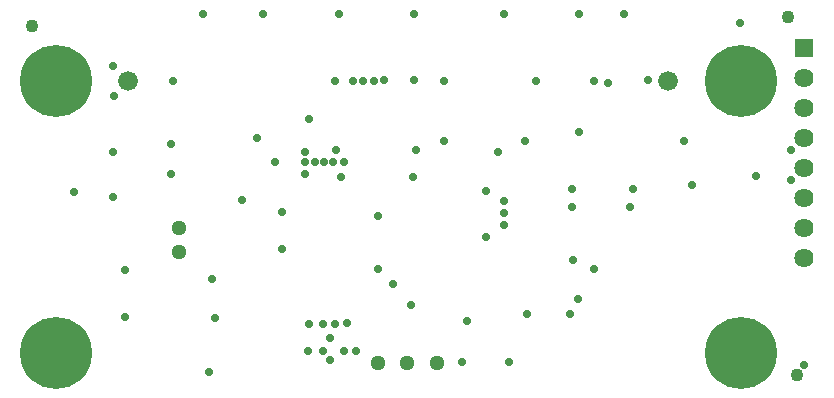
<source format=gbs>
*%FSLAX23Y23*%
*%MOIN*%
G01*
%ADD11C,0.000*%
%ADD12C,0.001*%
%ADD13C,0.002*%
%ADD14C,0.004*%
%ADD15C,0.005*%
%ADD16C,0.006*%
%ADD17C,0.007*%
%ADD18C,0.007*%
%ADD19C,0.008*%
%ADD20C,0.010*%
%ADD21C,0.012*%
%ADD22C,0.015*%
%ADD23C,0.024*%
%ADD24C,0.025*%
%ADD25C,0.028*%
%ADD26C,0.029*%
%ADD27C,0.032*%
%ADD28C,0.035*%
%ADD29C,0.039*%
%ADD30C,0.040*%
%ADD31C,0.043*%
%ADD32C,0.047*%
%ADD33C,0.047*%
%ADD34C,0.047*%
%ADD35C,0.048*%
%ADD36C,0.051*%
%ADD37C,0.051*%
%ADD38C,0.052*%
%ADD39C,0.060*%
%ADD40C,0.062*%
%ADD41C,0.064*%
%ADD42C,0.066*%
%ADD43C,0.067*%
%ADD44O,0.080X0.024*%
%ADD45O,0.084X0.028*%
%ADD46C,0.115*%
%ADD47C,0.135*%
%ADD48C,0.236*%
%ADD49C,0.240*%
%ADD50R,0.023X0.050*%
%ADD51R,0.027X0.054*%
%ADD52R,0.037X0.014*%
%ADD53R,0.039X0.055*%
%ADD54R,0.040X0.083*%
%ADD55R,0.041X0.018*%
%ADD56R,0.043X0.059*%
%ADD57R,0.044X0.087*%
%ADD58R,0.050X0.023*%
%ADD59R,0.050X0.060*%
%ADD60R,0.051X0.075*%
%ADD61R,0.054X0.027*%
%ADD62R,0.054X0.064*%
%ADD63R,0.055X0.039*%
%ADD64R,0.055X0.079*%
%ADD65R,0.057X0.012*%
%ADD66R,0.059X0.043*%
%ADD67R,0.060X0.050*%
%ADD68R,0.060X0.060*%
%ADD69R,0.061X0.016*%
%ADD70R,0.064X0.054*%
%ADD71R,0.064X0.064*%
%ADD72R,0.070X0.098*%
%ADD73R,0.070X0.138*%
%ADD74R,0.074X0.102*%
%ADD75R,0.074X0.142*%
%ADD76R,0.079X0.079*%
%ADD77R,0.080X0.040*%
%ADD78R,0.083X0.083*%
%ADD79R,0.084X0.044*%
D26*
X11093Y8221D02*
D03*
Y8121D02*
D03*
X11138Y7506D02*
D03*
X10978Y8136D02*
D03*
X10923Y8646D02*
D03*
X10738Y8251D02*
D03*
X10763Y8106D02*
D03*
X10568Y8091D02*
D03*
X10558Y8031D02*
D03*
X10618Y8456D02*
D03*
X10538Y8676D02*
D03*
X10388Y8281D02*
D03*
X10483Y8446D02*
D03*
X10438Y8451D02*
D03*
X10388Y8676D02*
D03*
X10383Y7726D02*
D03*
X10438Y7826D02*
D03*
X10363Y8091D02*
D03*
Y8031D02*
D03*
X10358Y7676D02*
D03*
X10368Y7856D02*
D03*
X10138Y8051D02*
D03*
Y8011D02*
D03*
X10118Y8216D02*
D03*
X10208Y8251D02*
D03*
X10243Y8451D02*
D03*
X10138Y8676D02*
D03*
Y7971D02*
D03*
X10153Y7516D02*
D03*
X10213Y7676D02*
D03*
X10078Y8086D02*
D03*
X9938Y8251D02*
D03*
Y8451D02*
D03*
X9998Y7516D02*
D03*
X10078Y7931D02*
D03*
X10013Y7651D02*
D03*
X9833Y8131D02*
D03*
X9843Y8221D02*
D03*
X9738Y8456D02*
D03*
X9838D02*
D03*
Y8676D02*
D03*
X9828Y7706D02*
D03*
X9768Y7776D02*
D03*
X9578Y8221D02*
D03*
X9593Y8131D02*
D03*
X9603Y8181D02*
D03*
X9568D02*
D03*
X9538D02*
D03*
X9573Y8451D02*
D03*
X9703D02*
D03*
X9668D02*
D03*
X9633D02*
D03*
X9588Y8676D02*
D03*
X9558Y7596D02*
D03*
Y7521D02*
D03*
X9643Y7551D02*
D03*
X9613Y7646D02*
D03*
X9573Y7641D02*
D03*
X9603Y7551D02*
D03*
X9533D02*
D03*
Y7641D02*
D03*
X9718Y7826D02*
D03*
Y8001D02*
D03*
X9473Y8141D02*
D03*
Y8181D02*
D03*
Y8216D02*
D03*
X9373Y8181D02*
D03*
X9508D02*
D03*
X9333Y8676D02*
D03*
X9488Y8326D02*
D03*
X9398Y8016D02*
D03*
Y7891D02*
D03*
X9488Y7641D02*
D03*
X9483Y7551D02*
D03*
X9263Y8056D02*
D03*
X9313Y8261D02*
D03*
X9153Y7481D02*
D03*
X9163Y7791D02*
D03*
X9173Y7661D02*
D03*
X9028Y8241D02*
D03*
Y8141D02*
D03*
X9033Y8451D02*
D03*
X9133Y8676D02*
D03*
X8833Y8501D02*
D03*
X8838Y8401D02*
D03*
X8833Y8066D02*
D03*
Y8216D02*
D03*
X8873Y7821D02*
D03*
Y7666D02*
D03*
X8703Y8081D02*
D03*
D31*
X8563Y8636D02*
D03*
X11083Y8666D02*
D03*
X11113Y7471D02*
D03*
D36*
X9718Y7511D02*
D03*
X9816D02*
D03*
X9915D02*
D03*
D37*
X9055Y7881D02*
D03*
Y7960D02*
D03*
D41*
X11139Y8162D02*
D03*
Y8262D02*
D03*
Y8362D02*
D03*
Y8462D02*
D03*
Y7862D02*
D03*
Y7962D02*
D03*
Y8062D02*
D03*
D42*
X10686Y8452D02*
D03*
X8886Y8452D02*
D03*
D49*
X10927Y8451D02*
D03*
Y7546D02*
D03*
X8644Y8451D02*
D03*
Y7546D02*
D03*
D71*
X11139Y8562D02*
D03*
M02*

</source>
